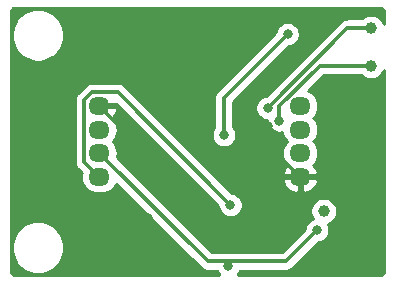
<source format=gbl>
G04 #@! TF.GenerationSoftware,KiCad,Pcbnew,(5.1.2)-1*
G04 #@! TF.CreationDate,2019-11-04T01:51:56+09:00*
G04 #@! TF.ProjectId,IR,49522e6b-6963-4616-945f-706362585858,v1.1*
G04 #@! TF.SameCoordinates,Original*
G04 #@! TF.FileFunction,Copper,L2,Bot*
G04 #@! TF.FilePolarity,Positive*
%FSLAX46Y46*%
G04 Gerber Fmt 4.6, Leading zero omitted, Abs format (unit mm)*
G04 Created by KiCad (PCBNEW (5.1.2)-1) date 2019-11-04 01:51:56*
%MOMM*%
%LPD*%
G04 APERTURE LIST*
%ADD10O,1.800000X1.524000*%
%ADD11C,1.000000*%
%ADD12C,0.800000*%
%ADD13C,0.350000*%
%ADD14C,0.254000*%
G04 APERTURE END LIST*
D10*
X185200000Y-114000000D03*
X185200000Y-112000000D03*
X185200000Y-110000000D03*
X185200000Y-108000000D03*
X202200000Y-108000000D03*
X202200000Y-110000000D03*
X202200000Y-112000000D03*
X202200000Y-114000000D03*
D11*
X204200000Y-116900000D03*
X208200000Y-101400000D03*
X208200000Y-104600000D03*
D12*
X199464200Y-109735100D03*
X200143100Y-120130600D03*
X207000000Y-113000000D03*
X189300000Y-117500000D03*
X199300000Y-106200000D03*
X193000000Y-115000000D03*
X196300000Y-116386500D03*
X196132500Y-121590600D03*
X203643200Y-118505600D03*
X201143000Y-101923900D03*
X195740400Y-110458300D03*
X200447000Y-109235600D03*
X199436300Y-108170800D03*
D13*
X200143100Y-119078700D02*
X200143100Y-120130600D01*
X200143100Y-119078700D02*
X196278700Y-119078700D01*
X196278700Y-119078700D02*
X185200000Y-108000000D01*
X202200000Y-114000000D02*
X202200000Y-117021800D01*
X202200000Y-117021800D02*
X200143100Y-119078700D01*
X199464200Y-109735100D02*
X199464200Y-111264200D01*
X199464200Y-111264200D02*
X202200000Y-114000000D01*
X202200000Y-114000000D02*
X206000000Y-114000000D01*
X206000000Y-114000000D02*
X207000000Y-113000000D01*
X196300000Y-116386500D02*
X186757600Y-106844100D01*
X186757600Y-106844100D02*
X184589800Y-106844100D01*
X184589800Y-106844100D02*
X183923300Y-107510600D01*
X183923300Y-107510600D02*
X183923300Y-112723300D01*
X183923300Y-112723300D02*
X185200000Y-114000000D01*
X196132500Y-121163300D02*
X194363300Y-121163300D01*
X194363300Y-121163300D02*
X185200000Y-112000000D01*
X203643200Y-118505600D02*
X200985500Y-121163300D01*
X200985500Y-121163300D02*
X196132500Y-121163300D01*
X196132500Y-121163300D02*
X196132500Y-121590600D01*
X201143000Y-101923900D02*
X195740400Y-107326500D01*
X195740400Y-107326500D02*
X195740400Y-110458300D01*
X200447000Y-109235600D02*
X200447000Y-108000900D01*
X200447000Y-108000900D02*
X203847900Y-104600000D01*
X203847900Y-104600000D02*
X208200000Y-104600000D01*
X208200000Y-101400000D02*
X206207100Y-101400000D01*
X206207100Y-101400000D02*
X199436300Y-108170800D01*
D14*
G36*
X209055665Y-99718863D02*
G01*
X209109214Y-99735030D01*
X209158597Y-99761288D01*
X209201945Y-99796641D01*
X209237600Y-99839740D01*
X209264201Y-99888937D01*
X209280742Y-99942375D01*
X209290000Y-100030455D01*
X209290000Y-101065594D01*
X209205824Y-100862376D01*
X209081612Y-100676480D01*
X208923520Y-100518388D01*
X208737624Y-100394176D01*
X208531067Y-100308617D01*
X208311788Y-100265000D01*
X208088212Y-100265000D01*
X207868933Y-100308617D01*
X207662376Y-100394176D01*
X207476480Y-100518388D01*
X207404868Y-100590000D01*
X206246887Y-100590000D01*
X206207099Y-100586081D01*
X206167311Y-100590000D01*
X206167309Y-100590000D01*
X206048312Y-100601720D01*
X205895627Y-100648037D01*
X205878142Y-100657383D01*
X205754910Y-100723251D01*
X205699310Y-100768881D01*
X205631572Y-100824472D01*
X205606205Y-100855382D01*
X199323659Y-107137929D01*
X199134402Y-107175574D01*
X198946044Y-107253595D01*
X198776526Y-107366863D01*
X198632363Y-107511026D01*
X198519095Y-107680544D01*
X198441074Y-107868902D01*
X198401300Y-108068861D01*
X198401300Y-108272739D01*
X198441074Y-108472698D01*
X198519095Y-108661056D01*
X198632363Y-108830574D01*
X198776526Y-108974737D01*
X198946044Y-109088005D01*
X199134402Y-109166026D01*
X199334361Y-109205800D01*
X199412000Y-109205800D01*
X199412000Y-109337539D01*
X199451774Y-109537498D01*
X199529795Y-109725856D01*
X199643063Y-109895374D01*
X199787226Y-110039537D01*
X199956744Y-110152805D01*
X200145102Y-110230826D01*
X200345061Y-110270600D01*
X200548939Y-110270600D01*
X200682281Y-110244077D01*
X200685214Y-110273860D01*
X200765096Y-110537195D01*
X200894817Y-110779887D01*
X201069392Y-110992608D01*
X201078399Y-111000000D01*
X201069392Y-111007392D01*
X200894817Y-111220113D01*
X200765096Y-111462805D01*
X200685214Y-111726140D01*
X200658241Y-112000000D01*
X200685214Y-112273860D01*
X200765096Y-112537195D01*
X200894817Y-112779887D01*
X201069392Y-112992608D01*
X201085663Y-113005961D01*
X200937865Y-113169670D01*
X200797476Y-113404932D01*
X200707780Y-113656930D01*
X200830280Y-113873000D01*
X202073000Y-113873000D01*
X202073000Y-113853000D01*
X202327000Y-113853000D01*
X202327000Y-113873000D01*
X203569720Y-113873000D01*
X203692220Y-113656930D01*
X203602524Y-113404932D01*
X203462135Y-113169670D01*
X203314337Y-113005961D01*
X203330608Y-112992608D01*
X203505183Y-112779887D01*
X203634904Y-112537195D01*
X203714786Y-112273860D01*
X203741759Y-112000000D01*
X203714786Y-111726140D01*
X203634904Y-111462805D01*
X203505183Y-111220113D01*
X203330608Y-111007392D01*
X203321601Y-111000000D01*
X203330608Y-110992608D01*
X203505183Y-110779887D01*
X203634904Y-110537195D01*
X203714786Y-110273860D01*
X203741759Y-110000000D01*
X203714786Y-109726140D01*
X203634904Y-109462805D01*
X203505183Y-109220113D01*
X203330608Y-109007392D01*
X203321601Y-109000000D01*
X203330608Y-108992608D01*
X203505183Y-108779887D01*
X203634904Y-108537195D01*
X203714786Y-108273860D01*
X203741759Y-108000000D01*
X203714786Y-107726140D01*
X203634904Y-107462805D01*
X203505183Y-107220113D01*
X203330608Y-107007392D01*
X203117887Y-106832817D01*
X202885049Y-106708363D01*
X204183413Y-105410000D01*
X207404868Y-105410000D01*
X207476480Y-105481612D01*
X207662376Y-105605824D01*
X207868933Y-105691383D01*
X208088212Y-105735000D01*
X208311788Y-105735000D01*
X208531067Y-105691383D01*
X208737624Y-105605824D01*
X208923520Y-105481612D01*
X209081612Y-105323520D01*
X209205824Y-105137624D01*
X209290000Y-104934405D01*
X209290001Y-121965269D01*
X209281138Y-122055664D01*
X209264970Y-122109214D01*
X209238712Y-122158597D01*
X209203357Y-122201947D01*
X209160261Y-122237599D01*
X209111063Y-122264201D01*
X209057625Y-122280742D01*
X208969545Y-122290000D01*
X196896811Y-122290000D01*
X196936437Y-122250374D01*
X197049705Y-122080856D01*
X197094256Y-121973300D01*
X200945712Y-121973300D01*
X200985500Y-121977219D01*
X201025288Y-121973300D01*
X201025291Y-121973300D01*
X201144288Y-121961580D01*
X201296973Y-121915263D01*
X201437689Y-121840049D01*
X201561028Y-121738828D01*
X201586400Y-121707913D01*
X203755842Y-119538471D01*
X203945098Y-119500826D01*
X204133456Y-119422805D01*
X204302974Y-119309537D01*
X204447137Y-119165374D01*
X204560405Y-118995856D01*
X204638426Y-118807498D01*
X204678200Y-118607539D01*
X204678200Y-118403661D01*
X204638426Y-118203702D01*
X204560405Y-118015344D01*
X204541506Y-117987059D01*
X204737624Y-117905824D01*
X204923520Y-117781612D01*
X205081612Y-117623520D01*
X205205824Y-117437624D01*
X205291383Y-117231067D01*
X205335000Y-117011788D01*
X205335000Y-116788212D01*
X205291383Y-116568933D01*
X205205824Y-116362376D01*
X205081612Y-116176480D01*
X204923520Y-116018388D01*
X204737624Y-115894176D01*
X204531067Y-115808617D01*
X204311788Y-115765000D01*
X204088212Y-115765000D01*
X203868933Y-115808617D01*
X203662376Y-115894176D01*
X203476480Y-116018388D01*
X203318388Y-116176480D01*
X203194176Y-116362376D01*
X203108617Y-116568933D01*
X203065000Y-116788212D01*
X203065000Y-117011788D01*
X203108617Y-117231067D01*
X203194176Y-117437624D01*
X203264142Y-117542335D01*
X203152944Y-117588395D01*
X202983426Y-117701663D01*
X202839263Y-117845826D01*
X202725995Y-118015344D01*
X202647974Y-118203702D01*
X202610329Y-118392958D01*
X200649988Y-120353300D01*
X196172291Y-120353300D01*
X196132500Y-120349381D01*
X196092709Y-120353300D01*
X194698813Y-120353300D01*
X186692579Y-112347067D01*
X186714786Y-112273860D01*
X186741759Y-112000000D01*
X186714786Y-111726140D01*
X186634904Y-111462805D01*
X186505183Y-111220113D01*
X186330608Y-111007392D01*
X186321601Y-111000000D01*
X186330608Y-110992608D01*
X186505183Y-110779887D01*
X186634904Y-110537195D01*
X186714786Y-110273860D01*
X186741759Y-110000000D01*
X186714786Y-109726140D01*
X186634904Y-109462805D01*
X186505183Y-109220113D01*
X186330608Y-109007392D01*
X186314337Y-108994039D01*
X186462135Y-108830330D01*
X186602524Y-108595068D01*
X186692220Y-108343070D01*
X186569720Y-108127000D01*
X185327000Y-108127000D01*
X185327000Y-108147000D01*
X185073000Y-108147000D01*
X185073000Y-108127000D01*
X185053000Y-108127000D01*
X185053000Y-107873000D01*
X185073000Y-107873000D01*
X185073000Y-107853000D01*
X185327000Y-107853000D01*
X185327000Y-107873000D01*
X186569720Y-107873000D01*
X186595506Y-107827518D01*
X195267129Y-116499142D01*
X195304774Y-116688398D01*
X195382795Y-116876756D01*
X195496063Y-117046274D01*
X195640226Y-117190437D01*
X195809744Y-117303705D01*
X195998102Y-117381726D01*
X196198061Y-117421500D01*
X196401939Y-117421500D01*
X196601898Y-117381726D01*
X196790256Y-117303705D01*
X196959774Y-117190437D01*
X197103937Y-117046274D01*
X197217205Y-116876756D01*
X197295226Y-116688398D01*
X197335000Y-116488439D01*
X197335000Y-116284561D01*
X197295226Y-116084602D01*
X197217205Y-115896244D01*
X197103937Y-115726726D01*
X196959774Y-115582563D01*
X196790256Y-115469295D01*
X196601898Y-115391274D01*
X196412642Y-115353629D01*
X195402083Y-114343070D01*
X200707780Y-114343070D01*
X200797476Y-114595068D01*
X200937865Y-114830330D01*
X201121454Y-115033683D01*
X201341188Y-115197312D01*
X201588622Y-115314929D01*
X201854248Y-115382014D01*
X202073000Y-115238749D01*
X202073000Y-114127000D01*
X202327000Y-114127000D01*
X202327000Y-115238749D01*
X202545752Y-115382014D01*
X202811378Y-115314929D01*
X203058812Y-115197312D01*
X203278546Y-115033683D01*
X203462135Y-114830330D01*
X203602524Y-114595068D01*
X203692220Y-114343070D01*
X203569720Y-114127000D01*
X202327000Y-114127000D01*
X202073000Y-114127000D01*
X200830280Y-114127000D01*
X200707780Y-114343070D01*
X195402083Y-114343070D01*
X191415374Y-110356361D01*
X194705400Y-110356361D01*
X194705400Y-110560239D01*
X194745174Y-110760198D01*
X194823195Y-110948556D01*
X194936463Y-111118074D01*
X195080626Y-111262237D01*
X195250144Y-111375505D01*
X195438502Y-111453526D01*
X195638461Y-111493300D01*
X195842339Y-111493300D01*
X196042298Y-111453526D01*
X196230656Y-111375505D01*
X196400174Y-111262237D01*
X196544337Y-111118074D01*
X196657605Y-110948556D01*
X196735626Y-110760198D01*
X196775400Y-110560239D01*
X196775400Y-110356361D01*
X196735626Y-110156402D01*
X196657605Y-109968044D01*
X196550400Y-109807600D01*
X196550400Y-107662012D01*
X201255642Y-102956771D01*
X201444898Y-102919126D01*
X201633256Y-102841105D01*
X201802774Y-102727837D01*
X201946937Y-102583674D01*
X202060205Y-102414156D01*
X202138226Y-102225798D01*
X202178000Y-102025839D01*
X202178000Y-101821961D01*
X202138226Y-101622002D01*
X202060205Y-101433644D01*
X201946937Y-101264126D01*
X201802774Y-101119963D01*
X201633256Y-101006695D01*
X201444898Y-100928674D01*
X201244939Y-100888900D01*
X201041061Y-100888900D01*
X200841102Y-100928674D01*
X200652744Y-101006695D01*
X200483226Y-101119963D01*
X200339063Y-101264126D01*
X200225795Y-101433644D01*
X200147774Y-101622002D01*
X200110129Y-101811258D01*
X195195788Y-106725600D01*
X195164872Y-106750972D01*
X195097705Y-106832817D01*
X195063651Y-106874311D01*
X195031174Y-106935072D01*
X194988437Y-107015028D01*
X194942120Y-107167713D01*
X194930400Y-107286709D01*
X194926481Y-107326500D01*
X194930400Y-107366288D01*
X194930401Y-109807599D01*
X194823195Y-109968044D01*
X194745174Y-110156402D01*
X194705400Y-110356361D01*
X191415374Y-110356361D01*
X187358500Y-106299488D01*
X187333128Y-106268572D01*
X187209789Y-106167351D01*
X187069073Y-106092137D01*
X186916388Y-106045820D01*
X186797391Y-106034100D01*
X186797388Y-106034100D01*
X186757600Y-106030181D01*
X186717812Y-106034100D01*
X184629587Y-106034100D01*
X184589799Y-106030181D01*
X184550011Y-106034100D01*
X184550009Y-106034100D01*
X184431012Y-106045820D01*
X184278327Y-106092137D01*
X184212824Y-106127149D01*
X184137610Y-106167351D01*
X184082010Y-106212981D01*
X184014272Y-106268572D01*
X183988905Y-106299482D01*
X183378687Y-106909701D01*
X183347772Y-106935072D01*
X183282156Y-107015027D01*
X183246551Y-107058411D01*
X183206349Y-107133625D01*
X183171337Y-107199128D01*
X183125020Y-107351813D01*
X183113300Y-107470809D01*
X183109381Y-107510600D01*
X183113300Y-107550388D01*
X183113301Y-112683502D01*
X183109381Y-112723300D01*
X183125021Y-112882087D01*
X183171338Y-113034773D01*
X183246551Y-113175489D01*
X183302152Y-113243239D01*
X183347773Y-113298828D01*
X183378683Y-113324195D01*
X183707421Y-113652933D01*
X183685214Y-113726140D01*
X183658241Y-114000000D01*
X183685214Y-114273860D01*
X183765096Y-114537195D01*
X183894817Y-114779887D01*
X184069392Y-114992608D01*
X184282113Y-115167183D01*
X184524805Y-115296904D01*
X184788140Y-115376786D01*
X184993375Y-115397000D01*
X185406625Y-115397000D01*
X185611860Y-115376786D01*
X185875195Y-115296904D01*
X186117887Y-115167183D01*
X186330608Y-114992608D01*
X186505183Y-114779887D01*
X186619849Y-114565361D01*
X193762405Y-121707918D01*
X193787772Y-121738828D01*
X193855510Y-121794419D01*
X193911110Y-121840049D01*
X193971407Y-121872278D01*
X194051827Y-121915263D01*
X194204512Y-121961580D01*
X194323509Y-121973300D01*
X194323511Y-121973300D01*
X194363299Y-121977219D01*
X194403087Y-121973300D01*
X195170744Y-121973300D01*
X195215295Y-122080856D01*
X195328563Y-122250374D01*
X195368189Y-122290000D01*
X178034721Y-122290000D01*
X177944336Y-122281138D01*
X177890786Y-122264970D01*
X177841403Y-122238712D01*
X177798053Y-122203357D01*
X177762401Y-122160261D01*
X177735799Y-122111063D01*
X177719258Y-122057625D01*
X177710000Y-121969545D01*
X177710000Y-119779872D01*
X177765000Y-119779872D01*
X177765000Y-120220128D01*
X177850890Y-120651925D01*
X178019369Y-121058669D01*
X178263962Y-121424729D01*
X178575271Y-121736038D01*
X178941331Y-121980631D01*
X179348075Y-122149110D01*
X179779872Y-122235000D01*
X180220128Y-122235000D01*
X180651925Y-122149110D01*
X181058669Y-121980631D01*
X181424729Y-121736038D01*
X181736038Y-121424729D01*
X181980631Y-121058669D01*
X182149110Y-120651925D01*
X182235000Y-120220128D01*
X182235000Y-119779872D01*
X182149110Y-119348075D01*
X181980631Y-118941331D01*
X181736038Y-118575271D01*
X181424729Y-118263962D01*
X181058669Y-118019369D01*
X180651925Y-117850890D01*
X180220128Y-117765000D01*
X179779872Y-117765000D01*
X179348075Y-117850890D01*
X178941331Y-118019369D01*
X178575271Y-118263962D01*
X178263962Y-118575271D01*
X178019369Y-118941331D01*
X177850890Y-119348075D01*
X177765000Y-119779872D01*
X177710000Y-119779872D01*
X177710000Y-101779872D01*
X177765000Y-101779872D01*
X177765000Y-102220128D01*
X177850890Y-102651925D01*
X178019369Y-103058669D01*
X178263962Y-103424729D01*
X178575271Y-103736038D01*
X178941331Y-103980631D01*
X179348075Y-104149110D01*
X179779872Y-104235000D01*
X180220128Y-104235000D01*
X180651925Y-104149110D01*
X181058669Y-103980631D01*
X181424729Y-103736038D01*
X181736038Y-103424729D01*
X181980631Y-103058669D01*
X182149110Y-102651925D01*
X182235000Y-102220128D01*
X182235000Y-101779872D01*
X182149110Y-101348075D01*
X181980631Y-100941331D01*
X181736038Y-100575271D01*
X181424729Y-100263962D01*
X181058669Y-100019369D01*
X180651925Y-99850890D01*
X180220128Y-99765000D01*
X179779872Y-99765000D01*
X179348075Y-99850890D01*
X178941331Y-100019369D01*
X178575271Y-100263962D01*
X178263962Y-100575271D01*
X178019369Y-100941331D01*
X177850890Y-101348075D01*
X177765000Y-101779872D01*
X177710000Y-101779872D01*
X177710000Y-100034722D01*
X177718863Y-99944335D01*
X177735030Y-99890786D01*
X177761288Y-99841403D01*
X177796641Y-99798055D01*
X177839740Y-99762400D01*
X177888937Y-99735799D01*
X177942375Y-99719258D01*
X178030455Y-99710000D01*
X208965278Y-99710000D01*
X209055665Y-99718863D01*
X209055665Y-99718863D01*
G37*
X209055665Y-99718863D02*
X209109214Y-99735030D01*
X209158597Y-99761288D01*
X209201945Y-99796641D01*
X209237600Y-99839740D01*
X209264201Y-99888937D01*
X209280742Y-99942375D01*
X209290000Y-100030455D01*
X209290000Y-101065594D01*
X209205824Y-100862376D01*
X209081612Y-100676480D01*
X208923520Y-100518388D01*
X208737624Y-100394176D01*
X208531067Y-100308617D01*
X208311788Y-100265000D01*
X208088212Y-100265000D01*
X207868933Y-100308617D01*
X207662376Y-100394176D01*
X207476480Y-100518388D01*
X207404868Y-100590000D01*
X206246887Y-100590000D01*
X206207099Y-100586081D01*
X206167311Y-100590000D01*
X206167309Y-100590000D01*
X206048312Y-100601720D01*
X205895627Y-100648037D01*
X205878142Y-100657383D01*
X205754910Y-100723251D01*
X205699310Y-100768881D01*
X205631572Y-100824472D01*
X205606205Y-100855382D01*
X199323659Y-107137929D01*
X199134402Y-107175574D01*
X198946044Y-107253595D01*
X198776526Y-107366863D01*
X198632363Y-107511026D01*
X198519095Y-107680544D01*
X198441074Y-107868902D01*
X198401300Y-108068861D01*
X198401300Y-108272739D01*
X198441074Y-108472698D01*
X198519095Y-108661056D01*
X198632363Y-108830574D01*
X198776526Y-108974737D01*
X198946044Y-109088005D01*
X199134402Y-109166026D01*
X199334361Y-109205800D01*
X199412000Y-109205800D01*
X199412000Y-109337539D01*
X199451774Y-109537498D01*
X199529795Y-109725856D01*
X199643063Y-109895374D01*
X199787226Y-110039537D01*
X199956744Y-110152805D01*
X200145102Y-110230826D01*
X200345061Y-110270600D01*
X200548939Y-110270600D01*
X200682281Y-110244077D01*
X200685214Y-110273860D01*
X200765096Y-110537195D01*
X200894817Y-110779887D01*
X201069392Y-110992608D01*
X201078399Y-111000000D01*
X201069392Y-111007392D01*
X200894817Y-111220113D01*
X200765096Y-111462805D01*
X200685214Y-111726140D01*
X200658241Y-112000000D01*
X200685214Y-112273860D01*
X200765096Y-112537195D01*
X200894817Y-112779887D01*
X201069392Y-112992608D01*
X201085663Y-113005961D01*
X200937865Y-113169670D01*
X200797476Y-113404932D01*
X200707780Y-113656930D01*
X200830280Y-113873000D01*
X202073000Y-113873000D01*
X202073000Y-113853000D01*
X202327000Y-113853000D01*
X202327000Y-113873000D01*
X203569720Y-113873000D01*
X203692220Y-113656930D01*
X203602524Y-113404932D01*
X203462135Y-113169670D01*
X203314337Y-113005961D01*
X203330608Y-112992608D01*
X203505183Y-112779887D01*
X203634904Y-112537195D01*
X203714786Y-112273860D01*
X203741759Y-112000000D01*
X203714786Y-111726140D01*
X203634904Y-111462805D01*
X203505183Y-111220113D01*
X203330608Y-111007392D01*
X203321601Y-111000000D01*
X203330608Y-110992608D01*
X203505183Y-110779887D01*
X203634904Y-110537195D01*
X203714786Y-110273860D01*
X203741759Y-110000000D01*
X203714786Y-109726140D01*
X203634904Y-109462805D01*
X203505183Y-109220113D01*
X203330608Y-109007392D01*
X203321601Y-109000000D01*
X203330608Y-108992608D01*
X203505183Y-108779887D01*
X203634904Y-108537195D01*
X203714786Y-108273860D01*
X203741759Y-108000000D01*
X203714786Y-107726140D01*
X203634904Y-107462805D01*
X203505183Y-107220113D01*
X203330608Y-107007392D01*
X203117887Y-106832817D01*
X202885049Y-106708363D01*
X204183413Y-105410000D01*
X207404868Y-105410000D01*
X207476480Y-105481612D01*
X207662376Y-105605824D01*
X207868933Y-105691383D01*
X208088212Y-105735000D01*
X208311788Y-105735000D01*
X208531067Y-105691383D01*
X208737624Y-105605824D01*
X208923520Y-105481612D01*
X209081612Y-105323520D01*
X209205824Y-105137624D01*
X209290000Y-104934405D01*
X209290001Y-121965269D01*
X209281138Y-122055664D01*
X209264970Y-122109214D01*
X209238712Y-122158597D01*
X209203357Y-122201947D01*
X209160261Y-122237599D01*
X209111063Y-122264201D01*
X209057625Y-122280742D01*
X208969545Y-122290000D01*
X196896811Y-122290000D01*
X196936437Y-122250374D01*
X197049705Y-122080856D01*
X197094256Y-121973300D01*
X200945712Y-121973300D01*
X200985500Y-121977219D01*
X201025288Y-121973300D01*
X201025291Y-121973300D01*
X201144288Y-121961580D01*
X201296973Y-121915263D01*
X201437689Y-121840049D01*
X201561028Y-121738828D01*
X201586400Y-121707913D01*
X203755842Y-119538471D01*
X203945098Y-119500826D01*
X204133456Y-119422805D01*
X204302974Y-119309537D01*
X204447137Y-119165374D01*
X204560405Y-118995856D01*
X204638426Y-118807498D01*
X204678200Y-118607539D01*
X204678200Y-118403661D01*
X204638426Y-118203702D01*
X204560405Y-118015344D01*
X204541506Y-117987059D01*
X204737624Y-117905824D01*
X204923520Y-117781612D01*
X205081612Y-117623520D01*
X205205824Y-117437624D01*
X205291383Y-117231067D01*
X205335000Y-117011788D01*
X205335000Y-116788212D01*
X205291383Y-116568933D01*
X205205824Y-116362376D01*
X205081612Y-116176480D01*
X204923520Y-116018388D01*
X204737624Y-115894176D01*
X204531067Y-115808617D01*
X204311788Y-115765000D01*
X204088212Y-115765000D01*
X203868933Y-115808617D01*
X203662376Y-115894176D01*
X203476480Y-116018388D01*
X203318388Y-116176480D01*
X203194176Y-116362376D01*
X203108617Y-116568933D01*
X203065000Y-116788212D01*
X203065000Y-117011788D01*
X203108617Y-117231067D01*
X203194176Y-117437624D01*
X203264142Y-117542335D01*
X203152944Y-117588395D01*
X202983426Y-117701663D01*
X202839263Y-117845826D01*
X202725995Y-118015344D01*
X202647974Y-118203702D01*
X202610329Y-118392958D01*
X200649988Y-120353300D01*
X196172291Y-120353300D01*
X196132500Y-120349381D01*
X196092709Y-120353300D01*
X194698813Y-120353300D01*
X186692579Y-112347067D01*
X186714786Y-112273860D01*
X186741759Y-112000000D01*
X186714786Y-111726140D01*
X186634904Y-111462805D01*
X186505183Y-111220113D01*
X186330608Y-111007392D01*
X186321601Y-111000000D01*
X186330608Y-110992608D01*
X186505183Y-110779887D01*
X186634904Y-110537195D01*
X186714786Y-110273860D01*
X186741759Y-110000000D01*
X186714786Y-109726140D01*
X186634904Y-109462805D01*
X186505183Y-109220113D01*
X186330608Y-109007392D01*
X186314337Y-108994039D01*
X186462135Y-108830330D01*
X186602524Y-108595068D01*
X186692220Y-108343070D01*
X186569720Y-108127000D01*
X185327000Y-108127000D01*
X185327000Y-108147000D01*
X185073000Y-108147000D01*
X185073000Y-108127000D01*
X185053000Y-108127000D01*
X185053000Y-107873000D01*
X185073000Y-107873000D01*
X185073000Y-107853000D01*
X185327000Y-107853000D01*
X185327000Y-107873000D01*
X186569720Y-107873000D01*
X186595506Y-107827518D01*
X195267129Y-116499142D01*
X195304774Y-116688398D01*
X195382795Y-116876756D01*
X195496063Y-117046274D01*
X195640226Y-117190437D01*
X195809744Y-117303705D01*
X195998102Y-117381726D01*
X196198061Y-117421500D01*
X196401939Y-117421500D01*
X196601898Y-117381726D01*
X196790256Y-117303705D01*
X196959774Y-117190437D01*
X197103937Y-117046274D01*
X197217205Y-116876756D01*
X197295226Y-116688398D01*
X197335000Y-116488439D01*
X197335000Y-116284561D01*
X197295226Y-116084602D01*
X197217205Y-115896244D01*
X197103937Y-115726726D01*
X196959774Y-115582563D01*
X196790256Y-115469295D01*
X196601898Y-115391274D01*
X196412642Y-115353629D01*
X195402083Y-114343070D01*
X200707780Y-114343070D01*
X200797476Y-114595068D01*
X200937865Y-114830330D01*
X201121454Y-115033683D01*
X201341188Y-115197312D01*
X201588622Y-115314929D01*
X201854248Y-115382014D01*
X202073000Y-115238749D01*
X202073000Y-114127000D01*
X202327000Y-114127000D01*
X202327000Y-115238749D01*
X202545752Y-115382014D01*
X202811378Y-115314929D01*
X203058812Y-115197312D01*
X203278546Y-115033683D01*
X203462135Y-114830330D01*
X203602524Y-114595068D01*
X203692220Y-114343070D01*
X203569720Y-114127000D01*
X202327000Y-114127000D01*
X202073000Y-114127000D01*
X200830280Y-114127000D01*
X200707780Y-114343070D01*
X195402083Y-114343070D01*
X191415374Y-110356361D01*
X194705400Y-110356361D01*
X194705400Y-110560239D01*
X194745174Y-110760198D01*
X194823195Y-110948556D01*
X194936463Y-111118074D01*
X195080626Y-111262237D01*
X195250144Y-111375505D01*
X195438502Y-111453526D01*
X195638461Y-111493300D01*
X195842339Y-111493300D01*
X196042298Y-111453526D01*
X196230656Y-111375505D01*
X196400174Y-111262237D01*
X196544337Y-111118074D01*
X196657605Y-110948556D01*
X196735626Y-110760198D01*
X196775400Y-110560239D01*
X196775400Y-110356361D01*
X196735626Y-110156402D01*
X196657605Y-109968044D01*
X196550400Y-109807600D01*
X196550400Y-107662012D01*
X201255642Y-102956771D01*
X201444898Y-102919126D01*
X201633256Y-102841105D01*
X201802774Y-102727837D01*
X201946937Y-102583674D01*
X202060205Y-102414156D01*
X202138226Y-102225798D01*
X202178000Y-102025839D01*
X202178000Y-101821961D01*
X202138226Y-101622002D01*
X202060205Y-101433644D01*
X201946937Y-101264126D01*
X201802774Y-101119963D01*
X201633256Y-101006695D01*
X201444898Y-100928674D01*
X201244939Y-100888900D01*
X201041061Y-100888900D01*
X200841102Y-100928674D01*
X200652744Y-101006695D01*
X200483226Y-101119963D01*
X200339063Y-101264126D01*
X200225795Y-101433644D01*
X200147774Y-101622002D01*
X200110129Y-101811258D01*
X195195788Y-106725600D01*
X195164872Y-106750972D01*
X195097705Y-106832817D01*
X195063651Y-106874311D01*
X195031174Y-106935072D01*
X194988437Y-107015028D01*
X194942120Y-107167713D01*
X194930400Y-107286709D01*
X194926481Y-107326500D01*
X194930400Y-107366288D01*
X194930401Y-109807599D01*
X194823195Y-109968044D01*
X194745174Y-110156402D01*
X194705400Y-110356361D01*
X191415374Y-110356361D01*
X187358500Y-106299488D01*
X187333128Y-106268572D01*
X187209789Y-106167351D01*
X187069073Y-106092137D01*
X186916388Y-106045820D01*
X186797391Y-106034100D01*
X186797388Y-106034100D01*
X186757600Y-106030181D01*
X186717812Y-106034100D01*
X184629587Y-106034100D01*
X184589799Y-106030181D01*
X184550011Y-106034100D01*
X184550009Y-106034100D01*
X184431012Y-106045820D01*
X184278327Y-106092137D01*
X184212824Y-106127149D01*
X184137610Y-106167351D01*
X184082010Y-106212981D01*
X184014272Y-106268572D01*
X183988905Y-106299482D01*
X183378687Y-106909701D01*
X183347772Y-106935072D01*
X183282156Y-107015027D01*
X183246551Y-107058411D01*
X183206349Y-107133625D01*
X183171337Y-107199128D01*
X183125020Y-107351813D01*
X183113300Y-107470809D01*
X183109381Y-107510600D01*
X183113300Y-107550388D01*
X183113301Y-112683502D01*
X183109381Y-112723300D01*
X183125021Y-112882087D01*
X183171338Y-113034773D01*
X183246551Y-113175489D01*
X183302152Y-113243239D01*
X183347773Y-113298828D01*
X183378683Y-113324195D01*
X183707421Y-113652933D01*
X183685214Y-113726140D01*
X183658241Y-114000000D01*
X183685214Y-114273860D01*
X183765096Y-114537195D01*
X183894817Y-114779887D01*
X184069392Y-114992608D01*
X184282113Y-115167183D01*
X184524805Y-115296904D01*
X184788140Y-115376786D01*
X184993375Y-115397000D01*
X185406625Y-115397000D01*
X185611860Y-115376786D01*
X185875195Y-115296904D01*
X186117887Y-115167183D01*
X186330608Y-114992608D01*
X186505183Y-114779887D01*
X186619849Y-114565361D01*
X193762405Y-121707918D01*
X193787772Y-121738828D01*
X193855510Y-121794419D01*
X193911110Y-121840049D01*
X193971407Y-121872278D01*
X194051827Y-121915263D01*
X194204512Y-121961580D01*
X194323509Y-121973300D01*
X194323511Y-121973300D01*
X194363299Y-121977219D01*
X194403087Y-121973300D01*
X195170744Y-121973300D01*
X195215295Y-122080856D01*
X195328563Y-122250374D01*
X195368189Y-122290000D01*
X178034721Y-122290000D01*
X177944336Y-122281138D01*
X177890786Y-122264970D01*
X177841403Y-122238712D01*
X177798053Y-122203357D01*
X177762401Y-122160261D01*
X177735799Y-122111063D01*
X177719258Y-122057625D01*
X177710000Y-121969545D01*
X177710000Y-119779872D01*
X177765000Y-119779872D01*
X177765000Y-120220128D01*
X177850890Y-120651925D01*
X178019369Y-121058669D01*
X178263962Y-121424729D01*
X178575271Y-121736038D01*
X178941331Y-121980631D01*
X179348075Y-122149110D01*
X179779872Y-122235000D01*
X180220128Y-122235000D01*
X180651925Y-122149110D01*
X181058669Y-121980631D01*
X181424729Y-121736038D01*
X181736038Y-121424729D01*
X181980631Y-121058669D01*
X182149110Y-120651925D01*
X182235000Y-120220128D01*
X182235000Y-119779872D01*
X182149110Y-119348075D01*
X181980631Y-118941331D01*
X181736038Y-118575271D01*
X181424729Y-118263962D01*
X181058669Y-118019369D01*
X180651925Y-117850890D01*
X180220128Y-117765000D01*
X179779872Y-117765000D01*
X179348075Y-117850890D01*
X178941331Y-118019369D01*
X178575271Y-118263962D01*
X178263962Y-118575271D01*
X178019369Y-118941331D01*
X177850890Y-119348075D01*
X177765000Y-119779872D01*
X177710000Y-119779872D01*
X177710000Y-101779872D01*
X177765000Y-101779872D01*
X177765000Y-102220128D01*
X177850890Y-102651925D01*
X178019369Y-103058669D01*
X178263962Y-103424729D01*
X178575271Y-103736038D01*
X178941331Y-103980631D01*
X179348075Y-104149110D01*
X179779872Y-104235000D01*
X180220128Y-104235000D01*
X180651925Y-104149110D01*
X181058669Y-103980631D01*
X181424729Y-103736038D01*
X181736038Y-103424729D01*
X181980631Y-103058669D01*
X182149110Y-102651925D01*
X182235000Y-102220128D01*
X182235000Y-101779872D01*
X182149110Y-101348075D01*
X181980631Y-100941331D01*
X181736038Y-100575271D01*
X181424729Y-100263962D01*
X181058669Y-100019369D01*
X180651925Y-99850890D01*
X180220128Y-99765000D01*
X179779872Y-99765000D01*
X179348075Y-99850890D01*
X178941331Y-100019369D01*
X178575271Y-100263962D01*
X178263962Y-100575271D01*
X178019369Y-100941331D01*
X177850890Y-101348075D01*
X177765000Y-101779872D01*
X177710000Y-101779872D01*
X177710000Y-100034722D01*
X177718863Y-99944335D01*
X177735030Y-99890786D01*
X177761288Y-99841403D01*
X177796641Y-99798055D01*
X177839740Y-99762400D01*
X177888937Y-99735799D01*
X177942375Y-99719258D01*
X178030455Y-99710000D01*
X208965278Y-99710000D01*
X209055665Y-99718863D01*
M02*

</source>
